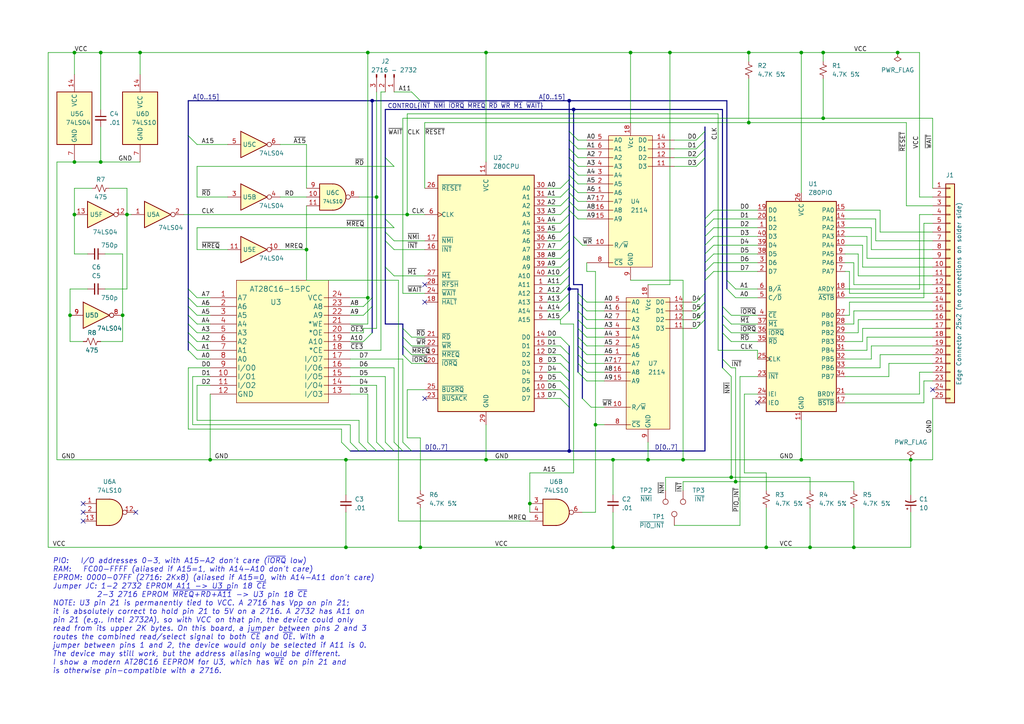
<source format=kicad_sch>
(kicad_sch (version 20211123) (generator eeschema)
  (paper "A4")
  (title_block (title "80-280 Z80 Computer") (date "2022-06-27") (rev "0.0") (company "John Bell Jr.") (comment 1 "Reverse engineering from sample board") (comment 2 "MK2716T UV-erasable EPROM replaced with modern AT28C16-15PC EEPROM") (comment 3 "Sig Nin, Morgan Hil, CA"))
  (junction (at 140.97 15.24))
  (junction (at 60.96 133.35))
  (junction (at 247.65 158.75))
  (junction (at 212.09 138.43))
  (junction (at 106.68 86.36))
  (junction (at 232.41 133.35))
  (junction (at 21.59 46.99))
  (junction (at 177.8 158.75))
  (junction (at 100.33 133.35))
  (junction (at 217.17 15.24))
  (junction (at 198.12 133.35))
  (junction (at 166.37 31.75))
  (junction (at 264.16 133.35))
  (junction (at 238.76 34.29))
  (junction (at 100.33 158.75))
  (junction (at 213.36 139.7))
  (junction (at 217.17 35.56))
  (junction (at 172.72 123.19))
  (junction (at 21.59 62.23))
  (junction (at 222.25 158.75))
  (junction (at 234.95 158.75))
  (junction (at 40.64 15.24))
  (junction (at 88.9 72.39))
  (junction (at 187.96 133.35))
  (junction (at 153.67 146.05))
  (junction (at 165.1 29.21))
  (junction (at 106.68 15.24))
  (junction (at 29.21 15.24))
  (junction (at 21.59 15.24))
  (junction (at 29.21 46.99))
  (junction (at 194.31 15.24))
  (junction (at 107.95 29.21))
  (junction (at 109.22 57.15))
  (junction (at 238.76 15.24))
  (junction (at 140.97 133.35))
  (junction (at 35.56 91.44))
  (junction (at 36.83 62.23))
  (junction (at 165.1 83.82))
  (junction (at 260.35 15.24))
  (junction (at 165.1 130.81))
  (junction (at 182.88 15.24))
  (junction (at 121.92 158.75))
  (junction (at 177.8 133.35))
  (junction (at 232.41 15.24))
  (junction (at 20.32 91.44))
  (junction (at 118.11 62.23))
  (no_connect (at 123.19 82.55))
  (no_connect (at 270.51 113.03))
  (no_connect (at 24.13 146.05))
  (no_connect (at 24.13 148.59))
  (no_connect (at 219.71 116.84))
  (no_connect (at 123.19 87.63))
  (no_connect (at 123.19 115.57))
  (no_connect (at 39.37 148.59))
  (no_connect (at 24.13 151.13))
  (bus_entry (at 165.1 77.47) (size -2.54 2.54))
  (bus_entry (at 107.95 86.36) (size -2.54 2.54))
  (bus_entry (at 107.95 88.9) (size -2.54 2.54))
  (bus_entry (at 107.95 96.52) (size -2.54 2.54))
  (bus_entry (at 104.14 130.81) (size -2.54 -2.54))
  (bus_entry (at 204.47 66.04) (size 2.54 -2.54))
  (bus_entry (at 165.1 54.61) (size -2.54 2.54))
  (bus_entry (at 116.84 130.81) (size -2.54 -2.54))
  (bus_entry (at 204.47 45.72) (size -2.54 2.54))
  (bus_entry (at 165.1 107.95) (size -2.54 -2.54))
  (bus_entry (at 116.84 95.25) (size 2.54 2.54))
  (bus_entry (at 165.1 62.23) (size -2.54 2.54))
  (bus_entry (at 116.84 100.33) (size 2.54 2.54))
  (bus_entry (at 116.84 97.79) (size 2.54 2.54))
  (bus_entry (at 119.38 130.81) (size -2.54 -2.54))
  (bus_entry (at 165.1 105.41) (size -2.54 -2.54))
  (bus_entry (at 165.1 80.01) (size -2.54 2.54))
  (bus_entry (at 204.47 78.74) (size 2.54 -2.54))
  (bus_entry (at 106.68 130.81) (size -2.54 -2.54))
  (bus_entry (at 165.1 85.09) (size -2.54 2.54))
  (bus_entry (at 165.1 115.57) (size -2.54 -2.54))
  (bus_entry (at 204.47 63.5) (size 2.54 -2.54))
  (bus_entry (at 168.91 115.57) (size 2.54 2.54))
  (bus_entry (at 165.1 118.11) (size -2.54 -2.54))
  (bus_entry (at 121.92 29.21) (size -2.54 -2.54))
  (bus_entry (at 111.76 45.72) (size 2.54 2.54))
  (bus_entry (at 111.76 63.5) (size 2.54 2.54))
  (bus_entry (at 165.1 72.39) (size -2.54 2.54))
  (bus_entry (at 111.76 130.81) (size -2.54 -2.54))
  (bus_entry (at 54.61 39.37) (size 2.54 2.54))
  (bus_entry (at 165.1 74.93) (size -2.54 2.54))
  (bus_entry (at 209.55 96.52) (size 2.54 2.54))
  (bus_entry (at 204.47 76.2) (size 2.54 -2.54))
  (bus_entry (at 165.1 67.31) (size -2.54 2.54))
  (bus_entry (at 114.3 130.81) (size -2.54 -2.54))
  (bus_entry (at 204.47 40.64) (size -2.54 2.54))
  (bus_entry (at 210.82 83.82) (size 2.54 2.54))
  (bus_entry (at 210.82 81.28) (size 2.54 2.54))
  (bus_entry (at 165.1 57.15) (size -2.54 2.54))
  (bus_entry (at 204.47 73.66) (size 2.54 -2.54))
  (bus_entry (at 111.76 67.31) (size 2.54 2.54))
  (bus_entry (at 111.76 69.85) (size 2.54 2.54))
  (bus_entry (at 111.76 77.47) (size 2.54 2.54))
  (bus_entry (at 204.47 38.1) (size -2.54 2.54))
  (bus_entry (at 166.37 68.58) (size 2.54 2.54))
  (bus_entry (at 204.47 81.28) (size 2.54 -2.54))
  (bus_entry (at 204.47 71.12) (size 2.54 -2.54))
  (bus_entry (at 165.1 100.33) (size -2.54 -2.54))
  (bus_entry (at 165.1 110.49) (size -2.54 -2.54))
  (bus_entry (at 204.47 68.58) (size 2.54 -2.54))
  (bus_entry (at 204.47 92.71) (size -2.54 2.54))
  (bus_entry (at 204.47 90.17) (size -2.54 2.54))
  (bus_entry (at 204.47 87.63) (size -2.54 2.54))
  (bus_entry (at 204.47 85.09) (size -2.54 2.54))
  (bus_entry (at 165.1 69.85) (size -2.54 2.54))
  (bus_entry (at 101.6 130.81) (size -2.54 -2.54))
  (bus_entry (at 165.1 38.1) (size 2.54 2.54))
  (bus_entry (at 165.1 40.64) (size 2.54 2.54))
  (bus_entry (at 165.1 55.88) (size 2.54 2.54))
  (bus_entry (at 165.1 58.42) (size 2.54 2.54))
  (bus_entry (at 165.1 60.96) (size 2.54 2.54))
  (bus_entry (at 165.1 43.18) (size 2.54 2.54))
  (bus_entry (at 165.1 45.72) (size 2.54 2.54))
  (bus_entry (at 165.1 48.26) (size 2.54 2.54))
  (bus_entry (at 165.1 50.8) (size 2.54 2.54))
  (bus_entry (at 165.1 53.34) (size 2.54 2.54))
  (bus_entry (at 165.1 113.03) (size -2.54 -2.54))
  (bus_entry (at 209.55 104.14) (size 2.54 2.54))
  (bus_entry (at 165.1 82.55) (size -2.54 2.54))
  (bus_entry (at 54.61 101.6) (size 2.54 2.54))
  (bus_entry (at 209.55 91.44) (size 2.54 2.54))
  (bus_entry (at 209.55 93.98) (size 2.54 2.54))
  (bus_entry (at 209.55 88.9) (size 2.54 2.54))
  (bus_entry (at 116.84 102.87) (size 2.54 2.54))
  (bus_entry (at 165.1 59.69) (size -2.54 2.54))
  (bus_entry (at 165.1 90.17) (size -2.54 2.54))
  (bus_entry (at 54.61 96.52) (size 2.54 2.54))
  (bus_entry (at 54.61 93.98) (size 2.54 2.54))
  (bus_entry (at 54.61 91.44) (size 2.54 2.54))
  (bus_entry (at 54.61 99.06) (size 2.54 2.54))
  (bus_entry (at 54.61 88.9) (size 2.54 2.54))
  (bus_entry (at 54.61 86.36) (size 2.54 2.54))
  (bus_entry (at 54.61 83.82) (size 2.54 2.54))
  (bus_entry (at 165.1 87.63) (size -2.54 2.54))
  (bus_entry (at 209.55 106.68) (size 2.54 2.54))
  (bus_entry (at 165.1 64.77) (size -2.54 2.54))
  (bus_entry (at 165.1 102.87) (size -2.54 -2.54))
  (bus_entry (at 165.1 52.07) (size -2.54 2.54))
  (bus_entry (at 167.64 87.63) (size 2.54 2.54))
  (bus_entry (at 167.64 90.17) (size 2.54 2.54))
  (bus_entry (at 167.64 95.25) (size 2.54 2.54))
  (bus_entry (at 167.64 92.71) (size 2.54 2.54))
  (bus_entry (at 167.64 85.09) (size 2.54 2.54))
  (bus_entry (at 167.64 102.87) (size 2.54 2.54))
  (bus_entry (at 167.64 107.95) (size 2.54 2.54))
  (bus_entry (at 167.64 105.41) (size 2.54 2.54))
  (bus_entry (at 167.64 100.33) (size 2.54 2.54))
  (bus_entry (at 167.64 97.79) (size 2.54 2.54))
  (bus_entry (at 204.47 43.18) (size -2.54 2.54))
  (bus_entry (at 109.22 130.81) (size -2.54 -2.54))
  (wire (pts (xy 182.88 15.24) (xy 194.31 15.24)))
  (wire (pts (xy 212.09 96.52) (xy 219.71 96.52)))
  (bus (pts (xy 165.1 118.11) (xy 165.1 130.81)))
  (wire (pts (xy 245.11 68.58) (xy 251.46 68.58)))
  (bus (pts (xy 209.55 96.52) (xy 209.55 104.14)))
  (wire (pts (xy 153.67 137.16) (xy 166.37 137.16)))
  (wire (pts (xy 170.18 87.63) (xy 175.26 87.63)))
  (wire (pts (xy 207.01 66.04) (xy 219.71 66.04)))
  (wire (pts (xy 121.92 147.32) (xy 121.92 158.75)))
  (wire (pts (xy 245.11 109.22) (xy 257.81 109.22)))
  (bus (pts (xy 165.1 74.93) (xy 165.1 77.47)))
  (wire (pts (xy 66.04 72.39) (xy 57.15 72.39)))
  (wire (pts (xy 217.17 22.86) (xy 217.17 35.56)))
  (wire (pts (xy 267.97 116.84) (xy 267.97 110.49)))
  (bus (pts (xy 101.6 130.81) (xy 104.14 130.81)))
  (wire (pts (xy 270.51 62.23) (xy 266.7 62.23)))
  (wire (pts (xy 247.65 158.75) (xy 264.16 158.75)))
  (wire (pts (xy 29.21 46.99) (xy 40.64 46.99)))
  (wire (pts (xy 207.01 78.74) (xy 219.71 78.74)))
  (bus (pts (xy 204.47 90.17) (xy 204.47 92.71)))
  (wire (pts (xy 29.21 36.83) (xy 29.21 46.99)))
  (wire (pts (xy 60.96 111.76) (xy 57.15 111.76)))
  (wire (pts (xy 35.56 99.06) (xy 35.56 91.44)))
  (wire (pts (xy 158.75 102.87) (xy 162.56 102.87)))
  (wire (pts (xy 116.84 34.29) (xy 116.84 85.09)))
  (bus (pts (xy 165.1 52.07) (xy 165.1 53.34)))
  (wire (pts (xy 245.11 96.52) (xy 248.92 96.52)))
  (wire (pts (xy 247.65 90.17) (xy 270.51 90.17)))
  (wire (pts (xy 26.67 54.61) (xy 21.59 54.61)))
  (bus (pts (xy 167.64 90.17) (xy 167.64 92.71)))
  (wire (pts (xy 170.18 78.74) (xy 172.72 78.74)))
  (wire (pts (xy 207.01 60.96) (xy 219.71 60.96)))
  (wire (pts (xy 245.11 106.68) (xy 255.27 106.68)))
  (bus (pts (xy 167.64 85.09) (xy 167.64 87.63)))
  (wire (pts (xy 30.48 83.82) (xy 36.83 83.82)))
  (wire (pts (xy 57.15 101.6) (xy 60.96 101.6)))
  (bus (pts (xy 165.1 60.96) (xy 165.1 62.23)))
  (bus (pts (xy 165.1 100.33) (xy 165.1 102.87)))
  (wire (pts (xy 167.64 43.18) (xy 170.18 43.18)))
  (wire (pts (xy 245.11 83.82) (xy 266.7 83.82)))
  (bus (pts (xy 204.47 81.28) (xy 204.47 85.09)))
  (wire (pts (xy 101.6 96.52) (xy 105.41 96.52)))
  (wire (pts (xy 57.15 96.52) (xy 60.96 96.52)))
  (bus (pts (xy 210.82 83.82) (xy 210.82 81.28)))
  (wire (pts (xy 266.7 15.24) (xy 266.7 57.15)))
  (wire (pts (xy 232.41 121.92) (xy 232.41 133.35)))
  (wire (pts (xy 251.46 68.58) (xy 251.46 74.93)))
  (wire (pts (xy 29.21 31.75) (xy 29.21 15.24)))
  (bus (pts (xy 116.84 93.98) (xy 116.84 95.25)))
  (bus (pts (xy 107.95 88.9) (xy 107.95 96.52)))
  (wire (pts (xy 106.68 15.24) (xy 140.97 15.24)))
  (wire (pts (xy 266.7 107.95) (xy 270.51 107.95)))
  (wire (pts (xy 101.6 88.9) (xy 105.41 88.9)))
  (wire (pts (xy 267.97 110.49) (xy 270.51 110.49)))
  (bus (pts (xy 165.1 29.21) (xy 165.1 38.1)))
  (wire (pts (xy 198.12 133.35) (xy 187.96 133.35)))
  (wire (pts (xy 21.59 73.66) (xy 21.59 62.23)))
  (bus (pts (xy 165.1 85.09) (xy 165.1 87.63)))
  (wire (pts (xy 140.97 123.19) (xy 140.97 133.35)))
  (wire (pts (xy 57.15 104.14) (xy 60.96 104.14)))
  (wire (pts (xy 110.49 26.67) (xy 111.76 26.67)))
  (wire (pts (xy 13.97 15.24) (xy 13.97 158.75)))
  (wire (pts (xy 177.8 158.75) (xy 222.25 158.75)))
  (bus (pts (xy 111.76 67.31) (xy 111.76 69.85)))
  (wire (pts (xy 167.64 53.34) (xy 170.18 53.34)))
  (bus (pts (xy 165.1 110.49) (xy 165.1 113.03)))
  (wire (pts (xy 247.65 142.24) (xy 247.65 139.7)))
  (wire (pts (xy 212.09 138.43) (xy 212.09 109.22)))
  (bus (pts (xy 204.47 87.63) (xy 204.47 90.17)))
  (wire (pts (xy 57.15 57.15) (xy 57.15 48.26)))
  (bus (pts (xy 165.1 83.82) (xy 165.1 85.09)))
  (bus (pts (xy 204.47 68.58) (xy 204.47 71.12)))
  (wire (pts (xy 245.11 78.74) (xy 246.38 78.74)))
  (bus (pts (xy 54.61 93.98) (xy 54.61 91.44)))
  (bus (pts (xy 116.84 100.33) (xy 116.84 102.87)))
  (wire (pts (xy 57.15 93.98) (xy 60.96 93.98)))
  (wire (pts (xy 270.51 34.29) (xy 270.51 54.61)))
  (wire (pts (xy 217.17 15.24) (xy 232.41 15.24)))
  (wire (pts (xy 255.27 102.87) (xy 270.51 102.87)))
  (wire (pts (xy 158.75 59.69) (xy 162.56 59.69)))
  (wire (pts (xy 246.38 85.09) (xy 270.51 85.09)))
  (wire (pts (xy 217.17 35.56) (xy 262.89 35.56)))
  (wire (pts (xy 121.92 127) (xy 118.11 127)))
  (bus (pts (xy 204.47 78.74) (xy 204.47 81.28)))
  (bus (pts (xy 165.1 57.15) (xy 165.1 58.42)))
  (wire (pts (xy 118.11 127) (xy 118.11 113.03)))
  (wire (pts (xy 260.35 15.24) (xy 266.7 15.24)))
  (wire (pts (xy 158.75 110.49) (xy 162.56 110.49)))
  (bus (pts (xy 209.55 93.98) (xy 209.55 91.44)))
  (bus (pts (xy 204.47 85.09) (xy 204.47 87.63)))
  (wire (pts (xy 252.73 72.39) (xy 270.51 72.39)))
  (wire (pts (xy 40.64 15.24) (xy 40.64 21.59)))
  (wire (pts (xy 109.22 95.25) (xy 109.22 57.15)))
  (bus (pts (xy 204.47 40.64) (xy 204.47 43.18)))
  (wire (pts (xy 167.64 60.96) (xy 170.18 60.96)))
  (wire (pts (xy 245.11 114.3) (xy 266.7 114.3)))
  (wire (pts (xy 251.46 74.93) (xy 270.51 74.93)))
  (wire (pts (xy 250.19 95.25) (xy 270.51 95.25)))
  (wire (pts (xy 234.95 142.24) (xy 234.95 138.43)))
  (wire (pts (xy 116.84 104.14) (xy 116.84 128.27)))
  (bus (pts (xy 111.76 63.5) (xy 111.76 67.31)))
  (bus (pts (xy 165.1 87.63) (xy 165.1 90.17)))
  (wire (pts (xy 198.12 142.24) (xy 198.12 139.7)))
  (bus (pts (xy 204.47 71.12) (xy 204.47 73.66)))
  (wire (pts (xy 172.72 123.19) (xy 175.26 123.19)))
  (wire (pts (xy 21.59 54.61) (xy 21.59 62.23)))
  (bus (pts (xy 165.1 64.77) (xy 165.1 67.31)))
  (wire (pts (xy 232.41 133.35) (xy 264.16 133.35)))
  (wire (pts (xy 167.64 55.88) (xy 170.18 55.88)))
  (wire (pts (xy 212.09 93.98) (xy 219.71 93.98)))
  (wire (pts (xy 57.15 48.26) (xy 114.3 48.26)))
  (bus (pts (xy 121.92 29.21) (xy 165.1 29.21)))
  (wire (pts (xy 250.19 77.47) (xy 270.51 77.47)))
  (bus (pts (xy 165.1 59.69) (xy 165.1 60.96)))
  (wire (pts (xy 166.37 93.98) (xy 162.56 93.98)))
  (wire (pts (xy 158.75 115.57) (xy 162.56 115.57)))
  (bus (pts (xy 165.1 72.39) (xy 165.1 74.93)))
  (bus (pts (xy 111.76 31.75) (xy 111.76 45.72)))
  (wire (pts (xy 57.15 86.36) (xy 60.96 86.36)))
  (wire (pts (xy 16.51 133.35) (xy 16.51 46.99)))
  (wire (pts (xy 170.18 76.2) (xy 170.18 78.74)))
  (wire (pts (xy 232.41 15.24) (xy 238.76 15.24)))
  (wire (pts (xy 270.51 64.77) (xy 267.97 64.77)))
  (wire (pts (xy 266.7 62.23) (xy 266.7 83.82)))
  (wire (pts (xy 170.18 100.33) (xy 175.26 100.33)))
  (wire (pts (xy 170.18 97.79) (xy 175.26 97.79)))
  (wire (pts (xy 187.96 128.27) (xy 187.96 133.35)))
  (wire (pts (xy 247.65 76.2) (xy 247.65 82.55)))
  (wire (pts (xy 57.15 111.76) (xy 57.15 121.92)))
  (wire (pts (xy 25.4 73.66) (xy 21.59 73.66)))
  (wire (pts (xy 57.15 91.44) (xy 60.96 91.44)))
  (bus (pts (xy 166.37 31.75) (xy 166.37 68.58)))
  (wire (pts (xy 222.25 142.24) (xy 222.25 137.16)))
  (wire (pts (xy 121.92 142.24) (xy 121.92 127)))
  (wire (pts (xy 115.57 151.13) (xy 115.57 81.28)))
  (wire (pts (xy 114.3 72.39) (xy 123.19 72.39)))
  (wire (pts (xy 30.48 73.66) (xy 35.56 73.66)))
  (wire (pts (xy 166.37 137.16) (xy 166.37 93.98)))
  (wire (pts (xy 213.36 106.68) (xy 212.09 106.68)))
  (wire (pts (xy 158.75 97.79) (xy 162.56 97.79)))
  (wire (pts (xy 212.09 91.44) (xy 219.71 91.44)))
  (wire (pts (xy 219.71 99.06) (xy 212.09 99.06)))
  (wire (pts (xy 195.58 43.18) (xy 201.93 43.18)))
  (wire (pts (xy 88.9 41.91) (xy 88.9 54.61)))
  (wire (pts (xy 101.6 93.98) (xy 106.68 93.98)))
  (bus (pts (xy 209.55 93.98) (xy 209.55 96.52)))
  (bus (pts (xy 204.47 73.66) (xy 204.47 76.2)))
  (wire (pts (xy 60.96 106.68) (xy 54.61 106.68)))
  (wire (pts (xy 222.25 147.32) (xy 222.25 158.75)))
  (bus (pts (xy 165.1 45.72) (xy 165.1 48.26)))
  (wire (pts (xy 245.11 91.44) (xy 246.38 91.44)))
  (wire (pts (xy 215.9 114.3) (xy 219.71 114.3)))
  (wire (pts (xy 99.06 124.46) (xy 99.06 128.27)))
  (bus (pts (xy 167.64 100.33) (xy 167.64 102.87)))
  (wire (pts (xy 60.96 109.22) (xy 55.88 109.22)))
  (bus (pts (xy 54.61 29.21) (xy 107.95 29.21)))
  (wire (pts (xy 115.57 81.28) (xy 88.9 81.28)))
  (wire (pts (xy 119.38 105.41) (xy 123.19 105.41)))
  (wire (pts (xy 251.46 97.79) (xy 270.51 97.79)))
  (wire (pts (xy 101.6 86.36) (xy 106.68 86.36)))
  (wire (pts (xy 200.66 90.17) (xy 201.93 90.17)))
  (wire (pts (xy 109.22 57.15) (xy 104.14 57.15)))
  (wire (pts (xy 214.63 152.4) (xy 195.58 152.4)))
  (wire (pts (xy 198.12 81.28) (xy 198.12 133.35)))
  (bus (pts (xy 54.61 88.9) (xy 54.61 86.36)))
  (wire (pts (xy 110.49 26.67) (xy 110.49 101.6)))
  (wire (pts (xy 182.88 15.24) (xy 182.88 35.56)))
  (wire (pts (xy 264.16 148.59) (xy 264.16 158.75)))
  (bus (pts (xy 111.76 93.98) (xy 116.84 93.98)))
  (wire (pts (xy 170.18 102.87) (xy 175.26 102.87)))
  (wire (pts (xy 234.95 138.43) (xy 212.09 138.43)))
  (bus (pts (xy 54.61 86.36) (xy 54.61 83.82)))
  (wire (pts (xy 101.6 99.06) (xy 105.41 99.06)))
  (wire (pts (xy 167.64 40.64) (xy 170.18 40.64)))
  (wire (pts (xy 158.75 77.47) (xy 162.56 77.47)))
  (wire (pts (xy 123.19 35.56) (xy 123.19 54.61)))
  (bus (pts (xy 204.47 76.2) (xy 204.47 78.74)))
  (wire (pts (xy 247.65 147.32) (xy 247.65 158.75)))
  (wire (pts (xy 208.28 101.6) (xy 219.71 101.6)))
  (wire (pts (xy 100.33 158.75) (xy 121.92 158.75)))
  (wire (pts (xy 200.66 92.71) (xy 201.93 92.71)))
  (bus (pts (xy 168.91 82.55) (xy 168.91 115.57)))
  (bus (pts (xy 116.84 95.25) (xy 116.84 97.79)))
  (bus (pts (xy 109.22 130.81) (xy 111.76 130.81)))
  (wire (pts (xy 104.14 121.92) (xy 104.14 128.27)))
  (wire (pts (xy 195.58 40.64) (xy 201.93 40.64)))
  (bus (pts (xy 104.14 130.81) (xy 106.68 130.81)))
  (wire (pts (xy 247.65 93.98) (xy 247.65 90.17)))
  (wire (pts (xy 245.11 99.06) (xy 250.19 99.06)))
  (wire (pts (xy 119.38 102.87) (xy 123.19 102.87)))
  (wire (pts (xy 207.01 73.66) (xy 219.71 73.66)))
  (wire (pts (xy 200.66 95.25) (xy 201.93 95.25)))
  (wire (pts (xy 100.33 148.59) (xy 100.33 158.75)))
  (wire (pts (xy 21.59 15.24) (xy 29.21 15.24)))
  (wire (pts (xy 153.67 146.05) (xy 153.67 137.16)))
  (wire (pts (xy 252.73 100.33) (xy 270.51 100.33)))
  (wire (pts (xy 158.75 87.63) (xy 162.56 87.63)))
  (bus (pts (xy 107.95 29.21) (xy 107.95 86.36)))
  (bus (pts (xy 204.47 130.81) (xy 204.47 92.71)))
  (wire (pts (xy 88.9 72.39) (xy 88.9 59.69)))
  (bus (pts (xy 111.76 130.81) (xy 114.3 130.81)))
  (bus (pts (xy 167.64 105.41) (xy 167.64 107.95)))
  (wire (pts (xy 158.75 107.95) (xy 162.56 107.95)))
  (wire (pts (xy 20.32 99.06) (xy 20.32 91.44)))
  (wire (pts (xy 238.76 34.29) (xy 270.51 34.29)))
  (bus (pts (xy 54.61 96.52) (xy 54.61 93.98)))
  (wire (pts (xy 170.18 110.49) (xy 175.26 110.49)))
  (wire (pts (xy 262.89 59.69) (xy 262.89 35.56)))
  (bus (pts (xy 165.1 54.61) (xy 165.1 55.88)))
  (wire (pts (xy 25.4 83.82) (xy 20.32 83.82)))
  (wire (pts (xy 158.75 57.15) (xy 162.56 57.15)))
  (wire (pts (xy 207.01 68.58) (xy 219.71 68.58)))
  (wire (pts (xy 198.12 139.7) (xy 213.36 139.7)))
  (bus (pts (xy 165.1 38.1) (xy 165.1 40.64)))
  (wire (pts (xy 31.75 54.61) (xy 36.83 54.61)))
  (wire (pts (xy 158.75 62.23) (xy 162.56 62.23)))
  (bus (pts (xy 165.1 102.87) (xy 165.1 105.41)))
  (bus (pts (xy 204.47 66.04) (xy 204.47 68.58)))
  (wire (pts (xy 251.46 101.6) (xy 251.46 97.79)))
  (wire (pts (xy 213.36 139.7) (xy 213.36 106.68)))
  (wire (pts (xy 40.64 15.24) (xy 106.68 15.24)))
  (wire (pts (xy 101.6 104.14) (xy 116.84 104.14)))
  (bus (pts (xy 167.64 83.82) (xy 167.64 85.09)))
  (bus (pts (xy 209.55 91.44) (xy 209.55 88.9)))
  (wire (pts (xy 101.6 111.76) (xy 109.22 111.76)))
  (wire (pts (xy 106.68 86.36) (xy 106.68 15.24)))
  (wire (pts (xy 207.01 63.5) (xy 219.71 63.5)))
  (wire (pts (xy 248.92 73.66) (xy 248.92 80.01)))
  (bus (pts (xy 111.76 69.85) (xy 111.76 77.47)))
  (wire (pts (xy 114.3 69.85) (xy 123.19 69.85)))
  (wire (pts (xy 217.17 15.24) (xy 217.17 17.78)))
  (wire (pts (xy 245.11 60.96) (xy 255.27 60.96)))
  (wire (pts (xy 238.76 15.24) (xy 238.76 17.78)))
  (bus (pts (xy 204.47 36.83) (xy 204.47 38.1)))
  (bus (pts (xy 54.61 91.44) (xy 54.61 88.9)))
  (wire (pts (xy 158.75 92.71) (xy 162.56 92.71)))
  (wire (pts (xy 207.01 71.12) (xy 219.71 71.12)))
  (wire (pts (xy 119.38 97.79) (xy 123.19 97.79)))
  (wire (pts (xy 53.34 62.23) (xy 118.11 62.23)))
  (wire (pts (xy 36.83 54.61) (xy 36.83 62.23)))
  (bus (pts (xy 54.61 101.6) (xy 54.61 99.06)))
  (bus (pts (xy 106.68 130.81) (xy 109.22 130.81)))
  (bus (pts (xy 165.1 53.34) (xy 165.1 54.61)))
  (bus (pts (xy 165.1 48.26) (xy 165.1 50.8)))
  (wire (pts (xy 168.91 148.59) (xy 172.72 148.59)))
  (bus (pts (xy 166.37 31.75) (xy 209.55 31.75)))
  (bus (pts (xy 167.64 87.63) (xy 167.64 90.17)))
  (wire (pts (xy 254 63.5) (xy 254 69.85)))
  (wire (pts (xy 200.66 87.63) (xy 201.93 87.63)))
  (bus (pts (xy 54.61 29.21) (xy 54.61 39.37)))
  (wire (pts (xy 158.75 80.01) (xy 162.56 80.01)))
  (bus (pts (xy 165.1 80.01) (xy 165.1 82.55)))
  (wire (pts (xy 121.92 158.75) (xy 177.8 158.75)))
  (wire (pts (xy 264.16 133.35) (xy 264.16 143.51)))
  (wire (pts (xy 20.32 83.82) (xy 20.32 91.44)))
  (wire (pts (xy 111.76 109.22) (xy 111.76 128.27)))
  (wire (pts (xy 54.61 124.46) (xy 99.06 124.46)))
  (wire (pts (xy 208.28 33.02) (xy 208.28 101.6)))
  (wire (pts (xy 118.11 62.23) (xy 123.19 62.23)))
  (wire (pts (xy 187.96 82.55) (xy 194.31 82.55)))
  (wire (pts (xy 140.97 15.24) (xy 182.88 15.24)))
  (wire (pts (xy 101.6 106.68) (xy 114.3 106.68)))
  (wire (pts (xy 232.41 55.88) (xy 232.41 15.24)))
  (wire (pts (xy 270.51 59.69) (xy 262.89 59.69)))
  (bus (pts (xy 167.64 92.71) (xy 167.64 95.25)))
  (bus (pts (xy 54.61 99.06) (xy 54.61 96.52)))
  (bus (pts (xy 166.37 82.55) (xy 168.91 82.55)))
  (wire (pts (xy 170.18 90.17) (xy 175.26 90.17)))
  (wire (pts (xy 158.75 85.09) (xy 162.56 85.09)))
  (wire (pts (xy 193.04 142.24) (xy 193.04 138.43)))
  (wire (pts (xy 21.59 15.24) (xy 21.59 21.59)))
  (wire (pts (xy 36.83 62.23) (xy 38.1 62.23)))
  (wire (pts (xy 60.96 133.35) (xy 16.51 133.35)))
  (wire (pts (xy 168.91 71.12) (xy 170.18 71.12)))
  (wire (pts (xy 257.81 109.22) (xy 257.81 105.41)))
  (wire (pts (xy 187.96 133.35) (xy 177.8 133.35)))
  (bus (pts (xy 119.38 130.81) (xy 165.1 130.81)))
  (bus (pts (xy 210.82 81.28) (xy 210.82 29.21)))
  (wire (pts (xy 270.51 115.57) (xy 270.51 133.35)))
  (wire (pts (xy 106.68 114.3) (xy 106.68 128.27)))
  (wire (pts (xy 246.38 91.44) (xy 246.38 87.63)))
  (wire (pts (xy 267.97 64.77) (xy 267.97 86.36)))
  (wire (pts (xy 158.75 113.03) (xy 162.56 113.03)))
  (wire (pts (xy 118.11 113.03) (xy 123.19 113.03)))
  (wire (pts (xy 118.11 33.02) (xy 118.11 62.23)))
  (wire (pts (xy 57.15 99.06) (xy 60.96 99.06)))
  (wire (pts (xy 254 69.85) (xy 270.51 69.85)))
  (wire (pts (xy 57.15 57.15) (xy 66.04 57.15)))
  (bus (pts (xy 167.64 97.79) (xy 167.64 100.33)))
  (wire (pts (xy 158.75 69.85) (xy 162.56 69.85)))
  (wire (pts (xy 170.18 105.41) (xy 175.26 105.41)))
  (bus (pts (xy 165.1 107.95) (xy 165.1 110.49)))
  (wire (pts (xy 234.95 147.32) (xy 234.95 158.75)))
  (wire (pts (xy 106.68 93.98) (xy 106.68 86.36)))
  (wire (pts (xy 109.22 111.76) (xy 109.22 128.27)))
  (wire (pts (xy 167.64 48.26) (xy 170.18 48.26)))
  (bus (pts (xy 204.47 43.18) (xy 204.47 45.72)))
  (wire (pts (xy 153.67 151.13) (xy 115.57 151.13)))
  (wire (pts (xy 222.25 158.75) (xy 234.95 158.75)))
  (bus (pts (xy 165.1 115.57) (xy 165.1 118.11)))
  (bus (pts (xy 210.82 29.21) (xy 165.1 29.21)))
  (wire (pts (xy 252.73 66.04) (xy 252.73 72.39)))
  (wire (pts (xy 193.04 138.43) (xy 212.09 138.43)))
  (wire (pts (xy 248.92 96.52) (xy 248.92 92.71)))
  (wire (pts (xy 264.16 133.35) (xy 270.51 133.35)))
  (wire (pts (xy 219.71 109.22) (xy 214.63 109.22)))
  (wire (pts (xy 238.76 15.24) (xy 260.35 15.24)))
  (bus (pts (xy 165.1 82.55) (xy 165.1 83.82)))
  (bus (pts (xy 209.55 31.75) (xy 209.55 88.9)))
  (wire (pts (xy 255.27 106.68) (xy 255.27 102.87)))
  (bus (pts (xy 204.47 38.1) (xy 204.47 40.64)))
  (wire (pts (xy 36.83 83.82) (xy 36.83 62.23)))
  (wire (pts (xy 266.7 114.3) (xy 266.7 107.95)))
  (wire (pts (xy 270.51 57.15) (xy 266.7 57.15)))
  (wire (pts (xy 167.64 58.42) (xy 170.18 58.42)))
  (wire (pts (xy 167.64 50.8) (xy 170.18 50.8)))
  (wire (pts (xy 158.75 105.41) (xy 162.56 105.41)))
  (wire (pts (xy 57.15 88.9) (xy 60.96 88.9)))
  (wire (pts (xy 81.28 57.15) (xy 88.9 57.15)))
  (wire (pts (xy 158.75 74.93) (xy 162.56 74.93)))
  (bus (pts (xy 165.1 62.23) (xy 165.1 64.77)))
  (wire (pts (xy 245.11 63.5) (xy 254 63.5)))
  (bus (pts (xy 165.1 130.81) (xy 204.47 130.81)))
  (wire (pts (xy 54.61 106.68) (xy 54.61 124.46)))
  (wire (pts (xy 245.11 73.66) (xy 248.92 73.66)))
  (wire (pts (xy 55.88 123.19) (xy 101.6 123.19)))
  (wire (pts (xy 114.3 26.67) (xy 119.38 26.67)))
  (wire (pts (xy 245.11 66.04) (xy 252.73 66.04)))
  (wire (pts (xy 158.75 64.77) (xy 162.56 64.77)))
  (bus (pts (xy 111.76 31.75) (xy 166.37 31.75)))
  (wire (pts (xy 172.72 78.74) (xy 172.72 123.19)))
  (wire (pts (xy 250.19 71.12) (xy 250.19 77.47)))
  (wire (pts (xy 101.6 91.44) (xy 105.41 91.44)))
  (wire (pts (xy 247.65 139.7) (xy 213.36 139.7)))
  (wire (pts (xy 171.45 118.11) (xy 175.26 118.11)))
  (wire (pts (xy 101.6 101.6) (xy 110.49 101.6)))
  (wire (pts (xy 88.9 81.28) (xy 88.9 72.39)))
  (wire (pts (xy 140.97 15.24) (xy 140.97 46.99)))
  (wire (pts (xy 170.18 92.71) (xy 175.26 92.71)))
  (bus (pts (xy 116.84 97.79) (xy 116.84 100.33)))
  (wire (pts (xy 267.97 86.36) (xy 245.11 86.36)))
  (wire (pts (xy 158.75 100.33) (xy 162.56 100.33)))
  (wire (pts (xy 252.73 104.14) (xy 252.73 100.33)))
  (wire (pts (xy 13.97 158.75) (xy 100.33 158.75)))
  (wire (pts (xy 158.75 72.39) (xy 162.56 72.39)))
  (wire (pts (xy 257.81 105.41) (xy 270.51 105.41)))
  (bus (pts (xy 165.1 69.85) (xy 165.1 72.39)))
  (wire (pts (xy 238.76 22.86) (xy 238.76 34.29)))
  (wire (pts (xy 219.71 101.6) (xy 219.71 104.14)))
  (bus (pts (xy 111.76 45.72) (xy 111.76 63.5)))
  (bus (pts (xy 107.95 29.21) (xy 121.92 29.21)))
  (bus (pts (xy 167.64 102.87) (xy 167.64 105.41)))
  (wire (pts (xy 177.8 148.59) (xy 177.8 158.75)))
  (wire (pts (xy 24.13 99.06) (xy 20.32 99.06)))
  (wire (pts (xy 245.11 76.2) (xy 247.65 76.2)))
  (wire (pts (xy 222.25 137.16) (xy 215.9 137.16)))
  (wire (pts (xy 246.38 87.63) (xy 270.51 87.63)))
  (bus (pts (xy 116.84 130.81) (xy 119.38 130.81)))
  (wire (pts (xy 245.11 116.84) (xy 267.97 116.84)))
  (wire (pts (xy 182.88 81.28) (xy 198.12 81.28)))
  (wire (pts (xy 158.75 90.17) (xy 162.56 90.17)))
  (wire (pts (xy 123.19 35.56) (xy 217.17 35.56)))
  (wire (pts (xy 60.96 133.35) (xy 100.33 133.35)))
  (bus (pts (xy 166.37 68.58) (xy 166.37 82.55)))
  (wire (pts (xy 245.11 104.14) (xy 252.73 104.14)))
  (bus (pts (xy 114.3 130.81) (xy 116.84 130.81)))
  (wire (pts (xy 158.75 54.61) (xy 162.56 54.61)))
  (wire (pts (xy 214.63 109.22) (xy 214.63 152.4)))
  (wire (pts (xy 177.8 133.35) (xy 177.8 143.51)))
  (wire (pts (xy 194.31 15.24) (xy 194.31 82.55)))
  (wire (pts (xy 207.01 76.2) (xy 219.71 76.2)))
  (wire (pts (xy 247.65 82.55) (xy 270.51 82.55)))
  (wire (pts (xy 208.28 33.02) (xy 118.11 33.02)))
  (bus (pts (xy 107.95 86.36) (xy 107.95 88.9)))
  (bus (pts (xy 165.1 113.03) (xy 165.1 115.57)))
  (wire (pts (xy 101.6 123.19) (xy 101.6 128.27)))
  (wire (pts (xy 114.3 106.68) (xy 114.3 128.27)))
  (wire (pts (xy 250.19 99.06) (xy 250.19 95.25)))
  (wire (pts (xy 172.72 123.19) (xy 172.72 148.59)))
  (wire (pts (xy 116.84 85.09) (xy 123.19 85.09)))
  (wire (pts (xy 16.51 46.99) (xy 21.59 46.99)))
  (wire (pts (xy 232.41 133.35) (xy 198.12 133.35)))
  (bus (pts (xy 165.1 58.42) (xy 165.1 59.69)))
  (wire (pts (xy 245.11 71.12) (xy 250.19 71.12)))
  (wire (pts (xy 170.18 107.95) (xy 175.26 107.95)))
  (bus (pts (xy 165.1 77.47) (xy 165.1 80.01)))
  (wire (pts (xy 29.21 15.24) (xy 40.64 15.24)))
  (wire (pts (xy 81.28 41.91) (xy 88.9 41.91)))
  (wire (pts (xy 248.92 92.71) (xy 270.51 92.71)))
  (bus (pts (xy 204.47 63.5) (xy 204.47 66.04)))
  (bus (pts (xy 165.1 105.41) (xy 165.1 107.95)))
  (bus (pts (xy 54.61 39.37) (xy 54.61 83.82)))
  (wire (pts (xy 55.88 109.22) (xy 55.88 123.19)))
  (wire (pts (xy 57.15 41.91) (xy 66.04 41.91)))
  (wire (pts (xy 177.8 133.35) (xy 140.97 133.35)))
  (wire (pts (xy 57.15 66.04) (xy 114.3 66.04)))
  (wire (pts (xy 195.58 45.72) (xy 201.93 45.72)))
  (wire (pts (xy 35.56 73.66) (xy 35.56 91.44)))
  (wire (pts (xy 13.97 15.24) (xy 21.59 15.24)))
  (wire (pts (xy 57.15 121.92) (xy 104.14 121.92)))
  (wire (pts (xy 194.31 15.24) (xy 217.17 15.24)))
  (wire (pts (xy 255.27 60.96) (xy 255.27 67.31)))
  (wire (pts (xy 109.22 26.67) (xy 109.22 57.15)))
  (wire (pts (xy 105.41 95.25) (xy 109.22 95.25)))
  (bus (pts (xy 165.1 83.82) (xy 167.64 83.82)))
  (wire (pts (xy 248.92 80.01) (xy 270.51 80.01)))
  (wire (pts (xy 116.84 34.29) (xy 238.76 34.29)))
  (bus (pts (xy 165.1 43.18) (xy 165.1 45.72)))
  (wire (pts (xy 29.21 99.06) (xy 35.56 99.06)))
  (bus (pts (xy 204.47 45.72) (xy 204.47 63.5)))
  (wire (pts (xy 114.3 80.01) (xy 123.19 80.01)))
  (wire (pts (xy 153.67 146.05) (xy 153.67 148.59)))
  (wire (pts (xy 246.38 78.74) (xy 246.38 85.09)))
  (bus (pts (xy 165.1 40.64) (xy 165.1 43.18)))
  (wire (pts (xy 119.38 100.33) (xy 123.19 100.33)))
  (wire (pts (xy 105.41 96.52) (xy 105.41 95.25)))
  (wire (pts (xy 162.56 93.98) (xy 162.56 92.71)))
  (wire (pts (xy 81.28 72.39) (xy 88.9 72.39)))
  (wire (pts (xy 21.59 46.99) (xy 29.21 46.99)))
  (wire (pts (xy 245.11 93.98) (xy 247.65 93.98)))
  (bus (pts (xy 165.1 50.8) (xy 165.1 52.07)))
  (wire (pts (xy 213.36 83.82) (xy 219.71 83.82)))
  (wire (pts (xy 167.64 45.72) (xy 170.18 45.72)))
  (wire (pts (xy 255.27 67.31) (xy 270.51 67.31)))
  (wire (pts (xy 215.9 137.16) (xy 215.9 114.3)))
  (bus (pts (xy 165.1 55.88) (xy 165.1 57.15)))
  (wire (pts (xy 213.36 86.36) (xy 219.71 86.36)))
  (wire (pts (xy 170.18 95.25) (xy 175.26 95.25)))
  (bus (pts (xy 111.76 77.47) (xy 111.76 93.98)))
  (bus (pts (xy 165.1 67.31) (xy 165.1 69.85)))
  (wire (pts (xy 100.33 133.35) (xy 140.97 133.35)))
  (wire (pts (xy 101.6 109.22) (xy 111.76 109.22)))
  (wire (pts (xy 101.6 114.3) (xy 106.68 114.3)))
  (bus (pts (xy 167.64 95.25) (xy 167.64 97.79)))
  (wire (pts (xy 57.15 72.39) (xy 57.15 66.04)))
  (wire (pts (xy 167.64 63.5) (xy 170.18 63.5)))
  (wire (pts (xy 158.75 67.31) (xy 162.56 67.31)))
  (bus (pts (xy 209.55 104.14) (xy 209.55 106.68)))
  (wire (pts (xy 245.11 101.6) (xy 251.46 101.6)))
  (wire (pts (xy 195.58 48.26) (xy 201.93 48.26)))
  (wire (pts (xy 100.33 133.35) (xy 100.33 143.51)))
  (wire (pts (xy 60.96 114.3) (xy 60.96 133.35)))
  (wire (pts (xy 234.95 158.75) (xy 247.65 158.75)))
  (wire (pts (xy 158.75 82.55) (xy 162.56 82.55)))
  (text "PIO:   I/O addresses 0-3, with A15-A2 don't care (~{IORQ} low)\nRAM:   FC00-FFFF (aliased if A15=1, with A14-A10 don't care)\nEPROM: 0000-07FF (2716: 2Kx8) (aliased if A15=0, with A14-A11 don't care)\nJumper JC: 1-2 2732 EPROM A11 -> U3 pin 18 ~{CE}\n           2-3 2716 EPROM ~{MREQ+RD+~{A11}} -> U3 pin 18 ~{CE}\nNOTE: U3 pin 21 is permanently tied to VCC. A 2716 has Vpp on pin 21;\nit is absolutely correct to hold pin 21 to 5V on a 2716. A 2732 has A11 on\npin 21 (e.g., Intel 2732A), so with VCC on that pin, the device could only\nread from its upper 2K bytes. On this board, a jumper between pins 2 and 3\nroutes the combined read/select signal to both ~{CE} and ~{OE}. With a\njumper between pins 1 and 2, the device would only be selected if A11 is 0.\nThe device may still work, but the address aliasing would be different.\nI show a modern AT28C16 EEPROM for U3, which has ~{WE} on pin 21 and\nis otherwise pin-compatible with a 2716. " (at 15.24 195.58 0) (effects (font (size 1.524 1.524) italic) (justify left bottom)))
  (label "A1" (at 214.63 83.82 0))
  (label "GND" (at 226.06 133.35 0))
  (label "~{M1}" (at 118.11 80.01 0))
  (label "A9" (at 101.6 91.44 0))
  (label "~{MREQ}" (at 100.33 66.04 0))
  (label "A15" (at 158.75 92.71 0))
  (label "D5" (at 158.75 110.49 0))
  (label "~{RESET}" (at 262.89 38.1 270))
  (label "A2" (at 58.42 99.06 0))
  (label "CLK" (at 218.44 101.6 180))
  (label "~{WR}" (at 174.625 118.11 0))
  (label "D2" (at 199.39 45.72 0))
  (label "A2" (at 175.26 92.71 0))
  (label "A1" (at 158.75 57.15 0))
  (label "~{MREQ}" (at 119.38 102.87 0))
  (label "GND" (at 34.29 46.99 0))
  (label "CLK" (at 58.42 62.23 0))
  (label "~{NMI}" (at 118.11 69.85 0))
  (label "D[0..7]" (at 123.19 130.81 0))
  (label "D5" (at 200.66 90.17 0))
  (label "A10" (at 101.6 99.06 0))
  (label "A13" (at 158.75 87.63 0))
  (label "A6" (at 175.26 102.87 0))
  (label "A2" (at 158.75 59.69 0))
  (label "D0" (at 199.39 40.64 0))
  (label "A0" (at 58.42 104.14 0))
  (label "~{RD}" (at 102.87 48.26 0))
  (label "A11" (at 158.75 82.55 0))
  (label "D1" (at 199.39 43.18 0))
  (label "VCC" (at 226.06 158.75 0))
  (label "GND" (at 62.23 133.35 0))
  (label "A4" (at 58.42 93.98 0))
  (label "D7" (at 158.75 115.57 0))
  (label "D4" (at 200.66 87.63 0))
  (label "D7" (at 214.63 78.74 0))
  (label "GND" (at 143.51 133.35 0))
  (label "~{RD}" (at 58.42 57.15 0))
  (label "A14" (at 158.75 90.17 0))
  (label "VCC" (at 21.59 15.24 0))
  (label "A6" (at 158.75 69.85 0))
  (label "~{OE3}" (at 101.6 96.52 0))
  (label "A8" (at 170.18 60.96 0))
  (label "A9" (at 170.18 63.5 0))
  (label "VCC" (at 247.65 15.24 0))
  (label "A3" (at 175.26 95.25 0))
  (label "A[0..15]" (at 156.21 29.21 0))
  (label "A15" (at 58.42 41.91 0))
  (label "D4" (at 104.14 111.76 0))
  (label "A6" (at 170.18 55.88 0))
  (label "D0" (at 158.75 97.79 0))
  (label "~{WAIT}" (at 270.51 43.18 90))
  (label "A[0..15]" (at 55.88 29.21 0))
  (label "A15" (at 157.48 137.16 0))
  (label "A5" (at 58.42 91.44 0))
  (label "~{INT}" (at 118.11 72.39 0))
  (label "D3" (at 214.63 68.58 0))
  (label "A9" (at 158.75 77.47 0))
  (label "A0" (at 170.18 40.64 0))
  (label "A7" (at 158.75 72.39 0))
  (label "MREQ" (at 82.55 72.39 0))
  (label "~{WAIT}" (at 118.11 85.09 0))
  (label "D7" (at 104.14 104.14 0))
  (label "D[0..7]" (at 189.865 130.81 0))
  (label "A1" (at 175.26 90.17 0))
  (label "~{WAIT}" (at 116.84 39.37 180))
  (label "A8" (at 101.6 88.9 0))
  (label "A1" (at 170.18 43.18 0))
  (label "D5" (at 104.14 109.22 0))
  (label "A4" (at 175.26 97.79 0))
  (label "VCC" (at 266.7 43.18 90))
  (label "RD" (at 82.55 57.15 0))
  (label "D2" (at 214.63 66.04 0))
  (label "~{A15}" (at 85.09 41.91 0))
  (label "D5" (at 214.63 73.66 0))
  (label "D6" (at 200.66 92.71 0))
  (label "D0" (at 214.63 60.96 0))
  (label "D6" (at 104.14 106.68 0))
  (label "~{IORQ}" (at 119.38 105.41 0))
  (label "A3" (at 58.42 96.52 0))
  (label "~{CE3}" (at 101.6 101.6 0))
  (label "~{WR}" (at 120.65 100.33 0))
  (label "A9" (at 175.26 110.49 0))
  (label "~{MREQ}" (at 58.42 72.39 0))
  (label "~{RESET}" (at 123.19 39.37 0))
  (label "A5" (at 175.26 100.33 0))
  (label "A3" (at 170.18 48.26 0))
  (label "D6" (at 158.75 113.03 0))
  (label "A7" (at 170.18 58.42 0))
  (label "A12" (at 158.75 85.09 0))
  (label "A0" (at 175.26 87.63 0))
  (label "CONTROL{~{INT} ~{NMI} ~{IORQ} ~{MREQ} ~{RD} ~{WR} ~{M1} ~{WAIT}}" (at 112.395 31.75 0))
  (label "CLK" (at 208.28 40.64 90))
  (label "A4" (at 170.18 50.8 0))
  (label "~{M1}" (at 214.63 93.98 0))
  (label "D1" (at 58.42 109.22 0))
  (label "~{NMI}" (at 193.04 139.7 270))
  (label "~{RD}" (at 214.63 99.06 0))
  (label "CLK" (at 119.38 62.23 0))
  (label "A8" (at 158.75 74.93 0))
  (label "A5" (at 158.75 67.31 0))
  (label "A2" (at 170.18 45.72 0))
  (label "D0" (at 58.42 106.68 0))
  (label "D1" (at 158.75 100.33 0))
  (label "A4" (at 158.75 64.77 0))
  (label "A0" (at 158.75 54.61 0))
  (label "A0" (at 214.63 86.36 0))
  (label "~{PIO_INT}" (at 214.63 148.59 90))
  (label "A11" (at 115.57 26.67 0))
  (label "CLK" (at 118.11 39.37 0))
  (label "A10" (at 158.75 80.01 0))
  (label "GND" (at 270.51 125.73 90))
  (label "D2" (at 158.75 102.87 0))
  (label "D3" (at 158.75 105.41 0))
  (label "VCC" (at 143.51 158.75 0))
  (label "A6" (at 58.42 88.9 0))
  (label "D3" (at 104.14 114.3 0))
  (label "~{NMI}" (at 212.09 114.3 90))
  (label "A8" (at 175.26 107.95 0))
  (label "~{INT}" (at 212.09 106.68 0))
  (label "VCC" (at 15.24 158.75 0))
  (label "D2" (at 58.42 111.76 0))
  (label "~{INT}" (at 198.12 139.7 270))
  (label "A3" (at 158.75 62.23 0))
  (label "D7" (at 200.66 95.25 0))
  (label "A7" (at 175.26 105.41 0))
  (label "D4" (at 214.63 71.12 0))
  (label "~{IORQ}" (at 214.63 96.52 0))
  (label "D3" (at 199.39 48.26 0))
  (label "~{IORQ}" (at 214.63 91.44 0))
  (label "A1" (at 58.42 101.6 0))
  (label "GND" (at 17.78 133.35 0))
  (label "D4" (at 158.75 107.95 0))
  (label "~{WR}" (at 168.91 71.12 0))
  (label "MREQ" (at 147.32 151.13 0))
  (label "A7" (at 58.42 86.36 0))
  (label "D1" (at 214.63 63.5 0))
  (label "~{RD}" (at 120.65 97.79 0))
  (label "A5" (at 170.18 53.34 0))
  (label "D6" (at 214.63 76.2 0))
  (symbol (lib_id "Device:C_Small") (at 27.94 83.82 270) (unit 1)
    (property "Reference" "C5" (at 27.94 80.01 90))
    (property "Value" "750p" (at 31.75 86.36 90))
  )
  (symbol (lib_id "74xx:74LS10") (at 96.52 57.15 0) (unit 3)
    (property "Reference" "U6" (at 96.52 55.88 0))
    (property "Value" "74LS10" (at 96.52 58.42 0) (effects (font (size 1.016 1.016))))
    (property "Datasheet" "http://www.ti.com/lit/gpn/sn74LS10" (effects hide))
  )
  (symbol (lib_id "power:PWR_FLAG") (at 264.16 133.35 0) (unit 1)
    (property "Reference" "#FLG0101" (effects hide))
    (property "Value" "PWR_FLAG" (at 264.16 128.27 0))
  )
  (symbol (lib_id "Connector_Generic:Conn_01x25") (at 275.59 85.09 0) (unit 1)
    (property "Reference" "J1" (at 274.32 50.8 0) (effects (justify left)))
    (property "Value" "Edge Connector 25x2 (no connections on solder side)" (at 278.13 111.76 90) (effects (justify left)))
  )
  (symbol (lib_id "74xx:74LS10") (at 40.64 34.29 0) (unit 4)
    (property "Reference" "U6" (at 39.37 33.02 0) (effects (justify left)))
    (property "Value" "74LS10" (at 38.1 35.56 0) (effects (justify left)))
    (property "Datasheet" "http://www.ti.com/lit/gpn/sn74LS10" (effects hide))
  )
  (symbol (lib_id "power:PWR_FLAG") (at 260.35 15.24 0) (mirror x) (unit 1)
    (property "Reference" "#FLG0102" (effects hide))
    (property "Value" "PWR_FLAG" (at 260.35 20.32 0))
  )
  (symbol (lib_id "74xx:74LS04") (at 73.66 57.15 0) (unit 2)
    (property "Reference" "U5" (at 72.39 57.15 0))
    (property "Value" "74LS04" (at 78.74 59.69 0))
    (property "Datasheet" "http://www.ti.com/lit/gpn/sn74LS04" (effects hide))
  )
  (symbol (lib_id "Connector:TestPoint") (at 193.04 142.24 0) (mirror x) (unit 1)
    (property "Reference" "TP2" (at 189.23 142.24 0) (effects (justify right)))
    (property "Value" "~{NMI}" (at 189.23 144.78 0) (effects (justify right)))
    (property "Footprint" "TestPoint:TestPoint_Plated_Hole_D2.0mm" (effects hide))
  )
  (symbol (lib_name "2114_1") (lib_id "cbm:2114") (at 182.88 58.42 0) (unit 1)
    (property "Reference" "U4" (at 182.88 58.42 0) (effects (justify left)))
    (property "Value" "2114" (at 182.88 60.96 0) (effects (justify left)))
  )
  (symbol (lib_id "Device:C_Polarized_Small_US") (at 264.16 146.05 0) (mirror x) (unit 1)
    (property "Reference" "C1" (at 269.24 144.78 0) (effects (justify right)))
    (property "Value" "10" (at 269.24 147.32 0) (effects (justify right)))
  )
  (symbol (lib_id "Device:C_Small") (at 27.94 73.66 270) (unit 1)
    (property "Reference" "C6" (at 27.94 77.47 90))
    (property "Value" "750p" (at 31.75 71.12 90))
  )
  (symbol (lib_id "74xx:74LS04") (at 21.59 34.29 0) (unit 7)
    (property "Reference" "U5" (at 20.32 33.02 0) (effects (justify left)))
    (property "Value" "74LS04" (at 19.05 35.56 0) (effects (justify left)))
    (property "Datasheet" "http://www.ti.com/lit/gpn/sn74LS04" (effects hide))
  )
  (symbol (lib_id "Device:R_Small_US") (at 26.67 99.06 90) (unit 1)
    (property "Reference" "R8" (at 26.67 96.52 90))
    (property "Value" "475" (at 26.67 101.6 90))
  )
  (symbol (lib_id "Device:R_Small_US") (at 217.17 20.32 0) (unit 1)
    (property "Reference" "R2" (at 219.71 19.0499 0) (effects (justify left)))
    (property "Value" "4.7K 5%" (at 219.71 21.5899 0) (effects (justify left)))
    (property "Spice_Primitive" "R" (effects hide))
    (property "Spice_Model" "2700" (effects hide))
    (property "Spice_Netlist_Enabled" "Y" (effects hide))
  )
  (symbol (lib_id "Device:C_Small") (at 177.8 146.05 0) (unit 1)
    (property "Reference" "C2" (at 180.34 144.7862 0) (effects (justify left)))
    (property "Value" ".01" (at 180.34 147.3262 0) (effects (justify left)))
  )
  (symbol (lib_id "74xx:74LS04") (at 29.21 62.23 0) (unit 6)
    (property "Reference" "U5" (at 27.94 62.23 0))
    (property "Value" "74LS04" (at 30.48 67.31 0))
    (property "Datasheet" "http://www.ti.com/lit/gpn/sn74LS04" (effects hide))
  )
  (symbol (lib_id "Device:R_Small_US") (at 234.95 144.78 0) (unit 1)
    (property "Reference" "R4" (at 237.49 143.5099 0) (effects (justify left)))
    (property "Value" "4.7K 5%" (at 237.49 146.0499 0) (effects (justify left)))
    (property "Spice_Primitive" "R" (effects hide))
    (property "Spice_Model" "2700" (effects hide))
    (property "Spice_Netlist_Enabled" "Y" (effects hide))
  )
  (symbol (lib_id "Device:R_Small_US") (at 247.65 144.78 0) (unit 1)
    (property "Reference" "R5" (at 250.19 143.5099 0) (effects (justify left)))
    (property "Value" "4.7K 5%" (at 250.19 146.0499 0) (effects (justify left)))
    (property "Spice_Primitive" "R" (effects hide))
    (property "Spice_Model" "2700" (effects hide))
    (property "Spice_Netlist_Enabled" "Y" (effects hide))
  )
  (symbol (lib_id "Device:C_Small") (at 29.21 34.29 0) (unit 1)
    (property "Reference" "C4" (at 31.75 33.0262 0) (effects (justify left)))
    (property "Value" ".01" (at 31.75 35.5662 0) (effects (justify left)))
  )
  (symbol (lib_id "Device:R_Small_US") (at 222.25 144.78 0) (unit 1)
    (property "Reference" "R3" (at 224.79 143.5099 0) (effects (justify left)))
    (property "Value" "4.7K 5%" (at 224.79 146.0499 0) (effects (justify left)))
    (property "Spice_Primitive" "R" (effects hide))
    (property "Spice_Model" "2700" (effects hide))
    (property "Spice_Netlist_Enabled" "Y" (effects hide))
  )
  (symbol (lib_id "74xx:74LS04") (at 73.66 41.91 0) (unit 3)
    (property "Reference" "U5" (at 72.39 41.91 0))
    (property "Value" "74LS04" (at 78.74 44.45 0))
    (property "Datasheet" "http://www.ti.com/lit/gpn/sn74LS04" (effects hide))
  )
  (symbol (lib_id "Connector:TestPoint") (at 195.58 152.4 0) (unit 1)
    (property "Reference" "TP1" (at 189.23 149.86 0) (effects (justify left)))
    (property "Value" "~{PIO_INT}" (at 185.42 152.4 0) (effects (justify left)))
    (property "Footprint" "TestPoint:TestPoint_Plated_Hole_D2.0mm" (effects hide))
  )
  (symbol (lib_id "74xx:74LS10") (at 161.29 148.59 0) (unit 2)
    (property "Reference" "U6" (at 161.29 139.7 0))
    (property "Value" "74LS10" (at 161.29 142.24 0))
    (property "Datasheet" "http://www.ti.com/lit/gpn/sn74LS10" (effects hide))
  )
  (symbol (lib_id "Device:R_Small_US") (at 29.21 54.61 90) (unit 1)
    (property "Reference" "R7" (at 29.21 52.07 90))
    (property "Value" "475" (at 29.21 57.15 90))
  )
  (symbol (lib_id "74xx:74LS10") (at 31.75 148.59 0) (unit 1)
    (property "Reference" "U6" (at 31.75 139.7 0))
    (property "Value" "74LS10" (at 31.75 142.24 0))
    (property "Datasheet" "http://www.ti.com/lit/gpn/sn74LS10" (effects hide))
  )
  (symbol (lib_id "74xx:74LS04") (at 73.66 72.39 0) (unit 5)
    (property "Reference" "U5" (at 72.39 72.39 0))
    (property "Value" "74LS04" (at 78.74 74.93 0))
    (property "Datasheet" "http://www.ti.com/lit/gpn/sn74LS04" (effects hide))
  )
  (symbol (lib_id "cbm:2114") (at 187.96 105.41 0) (unit 1)
    (property "Reference" "U7" (at 187.96 105.41 0) (effects (justify left)))
    (property "Value" "2114" (at 187.96 107.95 0) (effects (justify left)))
  )
  (symbol (lib_id "Device:R_Small_US") (at 121.92 144.78 0) (unit 1)
    (property "Reference" "R6" (at 124.46 143.5099 0) (effects (justify left)))
    (property "Value" "4.7K 5%" (at 124.46 146.0499 0) (effects (justify left)))
    (property "Spice_Primitive" "R" (effects hide))
    (property "Spice_Model" "2700" (effects hide))
    (property "Spice_Netlist_Enabled" "Y" (effects hide))
  )
  (symbol (lib_id "Interface:Z84C20") (at 232.41 88.9 0) (unit 1)
    (property "Reference" "U1" (at 234.4294 53.34 0) (effects (justify left)))
    (property "Value" "Z80PIO" (at 234.4294 55.88 0) (effects (justify left)))
    (property "Footprint" "Package_DIP:DIP-40_W15.24mm" (effects hide))
    (property "Datasheet" "https://www.zilog.com/appnotes_download.php?FromPage=DirectLink&dn=PS0180&ft=Product%20Specification%20(Data%20Sheet)%20%20&f=YUhSMGNEb3ZMM2QzZHk1NmFXeHZaeTVqYjIwdlpHOWpjeTk2T0RBdmNITXdNVGd3TG5Ca1pnPT0=" (effects hide))
  )
  (symbol (lib_id "74xx:74LS04") (at 27.94 91.44 0) (unit 4)
    (property "Reference" "U5" (at 26.67 91.44 0))
    (property "Value" "74LS04" (at 31.75 95.25 0))
    (property "Datasheet" "http://www.ti.com/lit/gpn/sn74LS04" (effects hide))
  )
  (symbol (lib_id "Device:R_Small_US") (at 238.76 20.32 0) (unit 1)
    (property "Reference" "R1" (at 241.3 19.0499 0) (effects (justify left)))
    (property "Value" "4.7K 5%" (at 241.3 21.5899 0) (effects (justify left)))
    (property "Spice_Primitive" "R" (effects hide))
    (property "Spice_Model" "2700" (effects hide))
    (property "Spice_Netlist_Enabled" "Y" (effects hide))
  )
  (symbol (lib_id "74xx:74LS04") (at 45.72 62.23 0) (unit 1)
    (property "Reference" "U5" (at 44.45 62.23 0))
    (property "Value" "74LS04" (at 49.53 66.04 0))
    (property "Datasheet" "http://www.ti.com/lit/gpn/sn74LS04" (effects hide))
  )
  (symbol (lib_id "CPU:Z80CPU") (at 140.97 85.09 0) (unit 1)
    (property "Reference" "U2" (at 142.9894 45.72 0) (effects (justify left)))
    (property "Value" "Z80CPU" (at 142.9894 48.26 0) (effects (justify left)))
    (property "Datasheet" "www.zilog.com/manage_directlink.php?filepath=docs/z80/um0080" (effects hide))
  )
  (symbol (lib_id "Connector:TestPoint") (at 198.12 142.24 0) (mirror x) (unit 1)
    (property "Reference" "TP3" (at 204.47 142.24 0) (effects (justify right)))
    (property "Value" "~{INT}" (at 204.47 144.78 0) (effects (justify right)))
    (property "Footprint" "TestPoint:TestPoint_Plated_Hole_D2.0mm" (effects hide))
  )
  (symbol (lib_id "Device:C_Small") (at 100.33 146.05 0) (unit 1)
    (property "Reference" "C3" (at 102.87 144.7862 0) (effects (justify left)))
    (property "Value" ".01" (at 102.87 147.3262 0) (effects (justify left)))
  )
  (symbol (lib_id "Connector:Conn_01x03_Male") (at 111.76 21.59 270) (unit 1)
    (property "Reference" "J2" (at 111.76 17.78 90))
    (property "Value" "2716 - 2732" (at 114.3 20.32 90))
  )
  (symbol (lib_id "AT28C16-15P:AT28C16-15PC") (at 60.96 86.36 0) (unit 1)
    (property "Reference" "U3" (at 80.01 87.63 0) (effects (font (size 1.524 1.524))))
    (property "Value" "AT28C16-15PC" (at 81.28 83.82 0) (effects (font (size 1.524 1.524))))
    (property "Footprint" "PDIP24_14P4X32P3_MCH" (effects hide))
  )
)
</source>
